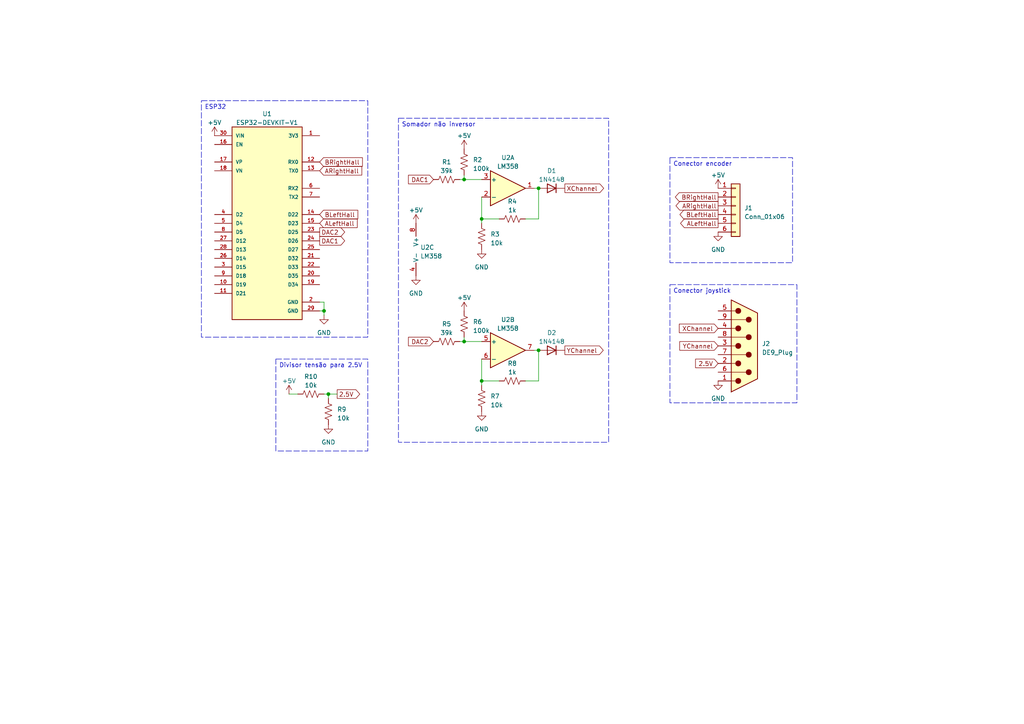
<source format=kicad_sch>
(kicad_sch (version 20230121) (generator eeschema)
  (paper "A4")
  (lib_symbols
    (symbol "Amplifier_Operational:LM358" (pin_names (offset 0.127))
      (property "Reference" "U" (at 0 5.08 0))
      (property "Value" "LM358" (at 0 -5.08 0))
      (symbol "LM358_1_1"
        (polyline (pts (xy -5.08 5.08) (xy 5.08 0) (xy -5.08 -5.08) (xy -5.08 5.08)) (stroke (width 0.254)) (fill (type background)))
        (pin output line (at 7.62 0 180) (length 2.54) (name "~") (number "1"))
        (pin input line (at -7.62 -2.54 0) (length 2.54) (name "-") (number "2"))
        (pin input line (at -7.62 2.54 0) (length 2.54) (name "+") (number "3"))
      )
      (symbol "LM358_2_1"
        (polyline (pts (xy -5.08 5.08) (xy 5.08 0) (xy -5.08 -5.08) (xy -5.08 5.08)) (stroke (width 0.254)) (fill (type background)))
        (pin input line (at -7.62 2.54 0) (length 2.54) (name "+") (number "5"))
        (pin input line (at -7.62 -2.54 0) (length 2.54) (name "-") (number "6"))
        (pin output line (at 7.62 0 180) (length 2.54) (name "~") (number "7"))
      )
      (symbol "LM358_3_1"
        (pin power_in line (at -2.54 -7.62 90) (length 3.81) (name "V-") (number "4"))
        (pin power_in line (at -2.54 7.62 270) (length 3.81) (name "V+") (number "8"))
      )
    )
    (symbol "Connector:DE9_Plug" (pin_names (offset 1.016) hide)
      (property "Reference" "J" (at 0 13.97 0))
      (property "Value" "DE9_Plug" (at 0 -14.605 0))
      (symbol "DE9_Plug_0_1"
        (circle (center -1.778 -10.16) (radius 0.762) (fill (type outline)))
        (circle (center -1.778 -5.08) (radius 0.762) (fill (type outline)))
        (circle (center -1.778 0) (radius 0.762) (fill (type outline)))
        (circle (center -1.778 5.08) (radius 0.762) (fill (type outline)))
        (circle (center -1.778 10.16) (radius 0.762) (fill (type outline)))
        (polyline (pts (xy -3.81 -10.16) (xy -2.54 -10.16)))
        (polyline (pts (xy -3.81 -7.62) (xy 0.508 -7.62)))
        (polyline (pts (xy -3.81 -5.08) (xy -2.54 -5.08)))
        (polyline (pts (xy -3.81 -2.54) (xy 0.508 -2.54)))
        (polyline (pts (xy -3.81 0) (xy -2.54 0)))
        (polyline (pts (xy -3.81 2.54) (xy 0.508 2.54)))
        (polyline (pts (xy -3.81 5.08) (xy -2.54 5.08)))
        (polyline (pts (xy -3.81 7.62) (xy 0.508 7.62)))
        (polyline (pts (xy -3.81 10.16) (xy -2.54 10.16)))
        (polyline (pts (xy -3.81 -13.335) (xy -3.81 13.335) (xy 3.81 9.525) (xy 3.81 -9.525) (xy -3.81 -13.335)) (stroke (width 0.254)) (fill (type background)))
        (circle (center 1.27 -7.62) (radius 0.762) (fill (type outline)))
        (circle (center 1.27 -2.54) (radius 0.762) (fill (type outline)))
        (circle (center 1.27 2.54) (radius 0.762) (fill (type outline)))
        (circle (center 1.27 7.62) (radius 0.762) (fill (type outline)))
      )
      (symbol "DE9_Plug_1_1"
        (pin passive line (at -7.62 -10.16 0) (length 3.81) (name "1") (number "1"))
        (pin passive line (at -7.62 -5.08 0) (length 3.81) (name "2") (number "2"))
        (pin passive line (at -7.62 0 0) (length 3.81) (name "3") (number "3"))
        (pin passive line (at -7.62 5.08 0) (length 3.81) (name "4") (number "4"))
        (pin passive line (at -7.62 10.16 0) (length 3.81) (name "5") (number "5"))
        (pin passive line (at -7.62 -7.62 0) (length 3.81) (name "6") (number "6"))
        (pin passive line (at -7.62 -2.54 0) (length 3.81) (name "7") (number "7"))
        (pin passive line (at -7.62 2.54 0) (length 3.81) (name "8") (number "8"))
        (pin passive line (at -7.62 7.62 0) (length 3.81) (name "9") (number "9"))
      )
    )
    (symbol "Connector_Generic:Conn_01x06" (pin_names (offset 1.016) hide)
      (property "Reference" "J" (at 0 7.62 0))
      (property "Value" "Conn_01x06" (at 0 -10.16 0))
      (symbol "Conn_01x06_1_1"
        (rectangle (start -1.27 -7.493) (end 0 -7.747) (stroke (width 0.1524)))
        (rectangle (start -1.27 -4.953) (end 0 -5.207) (stroke (width 0.1524)))
        (rectangle (start -1.27 -2.413) (end 0 -2.667) (stroke (width 0.1524)))
        (rectangle (start -1.27 0.127) (end 0 -0.127) (stroke (width 0.1524)))
        (rectangle (start -1.27 2.667) (end 0 2.413) (stroke (width 0.1524)))
        (rectangle (start -1.27 5.207) (end 0 4.953) (stroke (width 0.1524)))
        (rectangle (start -1.27 6.35) (end 1.27 -8.89) (stroke (width 0.254)) (fill (type background)))
        (pin passive line (at -5.08 5.08 0) (length 3.81) (name "Pin_1") (number "1"))
        (pin passive line (at -5.08 2.54 0) (length 3.81) (name "Pin_2") (number "2"))
        (pin passive line (at -5.08 0 0) (length 3.81) (name "Pin_3") (number "3"))
        (pin passive line (at -5.08 -2.54 0) (length 3.81) (name "Pin_4") (number "4"))
        (pin passive line (at -5.08 -5.08 0) (length 3.81) (name "Pin_5") (number "5"))
        (pin passive line (at -5.08 -7.62 0) (length 3.81) (name "Pin_6") (number "6"))
      )
    )
    (symbol "Device:R_US" (pin_numbers hide) (pin_names (offset 0))
      (property "Reference" "R" (at 2.54 0 90))
      (property "Value" "R_US" (at -2.54 0 90))
      (symbol "R_US_0_1"
        (polyline (pts (xy 0 -2.286) (xy 0 -2.54)))
        (polyline (pts (xy 0 2.286) (xy 0 2.54)))
        (polyline (pts (xy 0 -0.762) (xy 1.016 -1.143) (xy 0 -1.524) (xy -1.016 -1.905) (xy 0 -2.286)))
        (polyline (pts (xy 0 0.762) (xy 1.016 0.381) (xy 0 0) (xy -1.016 -0.381) (xy 0 -0.762)))
        (polyline (pts (xy 0 2.286) (xy 1.016 1.905) (xy 0 1.524) (xy -1.016 1.143) (xy 0 0.762)))
      )
      (symbol "R_US_1_1"
        (pin passive line (at 0 3.81 270) (length 1.27) (name "~") (number "1"))
        (pin passive line (at 0 -3.81 90) (length 1.27) (name "~") (number "2"))
      )
    )
    (symbol "Diode:1N4148" (pin_numbers hide) (pin_names hide)
      (property "Reference" "D" (at 0 2.54 0))
      (property "Value" "1N4148" (at 0 -2.54 0))
      (symbol "1N4148_0_1"
        (polyline (pts (xy -1.27 1.27) (xy -1.27 -1.27)) (stroke (width 0.254)))
        (polyline (pts (xy 1.27 0) (xy -1.27 0)))
        (polyline (pts (xy 1.27 1.27) (xy 1.27 -1.27) (xy -1.27 0) (xy 1.27 1.27)) (stroke (width 0.254)))
      )
      (symbol "1N4148_1_1"
        (pin passive line (at -3.81 0 0) (length 2.54) (name "K") (number "1"))
        (pin passive line (at 3.81 0 180) (length 2.54) (name "A") (number "2"))
      )
    )
    (symbol "ESP32-DEVKIT-V1:ESP32-DEVKIT-V1" (pin_names (offset 1.016))
      (property "Reference" "U" (at -10.16 30.48 0))
      (property "Value" "ESP32-DEVKIT-V1" (at -10.16 -30.48 0))
      (symbol "ESP32-DEVKIT-V1_0_0"
        (rectangle (start -10.16 -27.94) (end 10.16 27.94) (stroke (width 0.254)) (fill (type background)))
        (pin output line (at 15.24 25.4 180) (length 5.08) (name "3V3") (number "1"))
        (pin bidirectional line (at -15.24 -17.78 0) (length 5.08) (name "D19") (number "10"))
        (pin bidirectional line (at -15.24 -20.32 0) (length 5.08) (name "D21") (number "11"))
        (pin input line (at 15.24 17.78 180) (length 5.08) (name "RX0") (number "12"))
        (pin output line (at 15.24 15.24 180) (length 5.08) (name "TX0") (number "13"))
        (pin bidirectional line (at 15.24 2.54 180) (length 5.08) (name "D22") (number "14"))
        (pin bidirectional line (at 15.24 0 180) (length 5.08) (name "D23") (number "15"))
        (pin input line (at -15.24 22.86 0) (length 5.08) (name "EN") (number "16"))
        (pin bidirectional line (at -15.24 17.78 0) (length 5.08) (name "VP") (number "17"))
        (pin bidirectional line (at -15.24 15.24 0) (length 5.08) (name "VN") (number "18"))
        (pin bidirectional line (at 15.24 -17.78 180) (length 5.08) (name "D34") (number "19"))
        (pin power_in line (at 15.24 -22.86 180) (length 5.08) (name "GND") (number "2"))
        (pin bidirectional line (at 15.24 -15.24 180) (length 5.08) (name "D35") (number "20"))
        (pin bidirectional line (at 15.24 -10.16 180) (length 5.08) (name "D32") (number "21"))
        (pin bidirectional line (at 15.24 -12.7 180) (length 5.08) (name "D33") (number "22"))
        (pin bidirectional line (at 15.24 -2.54 180) (length 5.08) (name "D25") (number "23"))
        (pin bidirectional line (at 15.24 -5.08 180) (length 5.08) (name "D26") (number "24"))
        (pin bidirectional line (at 15.24 -7.62 180) (length 5.08) (name "D27") (number "25"))
        (pin bidirectional line (at -15.24 -10.16 0) (length 5.08) (name "D14") (number "26"))
        (pin bidirectional line (at -15.24 -5.08 0) (length 5.08) (name "D12") (number "27"))
        (pin bidirectional line (at -15.24 -7.62 0) (length 5.08) (name "D13") (number "28"))
        (pin power_in line (at 15.24 -25.4 180) (length 5.08) (name "GND") (number "29"))
        (pin bidirectional line (at -15.24 -12.7 0) (length 5.08) (name "D15") (number "3"))
        (pin input line (at -15.24 25.4 0) (length 5.08) (name "VIN") (number "30"))
        (pin bidirectional line (at -15.24 2.54 0) (length 5.08) (name "D2") (number "4"))
        (pin bidirectional line (at -15.24 0 0) (length 5.08) (name "D4") (number "5"))
        (pin input line (at 15.24 10.16 180) (length 5.08) (name "RX2") (number "6"))
        (pin output line (at 15.24 7.62 180) (length 5.08) (name "TX2") (number "7"))
        (pin bidirectional line (at -15.24 -2.54 0) (length 5.08) (name "D5") (number "8"))
        (pin bidirectional line (at -15.24 -15.24 0) (length 5.08) (name "D18") (number "9"))
      )
    )
    (symbol "power:+5V" (power) (pin_names (offset 0))
      (property "Value" "+5V" (at 0 3.556 0))
      (symbol "+5V_0_1"
        (polyline (pts (xy -0.762 1.27) (xy 0 2.54)))
        (polyline (pts (xy 0 0) (xy 0 2.54)))
        (polyline (pts (xy 0 2.54) (xy 0.762 1.27)))
      )
      (symbol "+5V_1_1"
        (pin power_in line (at 0 0 90) (length 0) hide (name "+5V") (number "1"))
      )
    )
    (symbol "power:GND" (power) (pin_names (offset 0))
      (property "Value" "GND" (at 0 -3.81 0))
      (symbol "GND_0_1"
        (polyline (pts (xy 0 0) (xy 0 -1.27) (xy 1.27 -1.27) (xy 0 -2.54) (xy -1.27 -1.27) (xy 0 -1.27)))
      )
      (symbol "GND_1_1"
        (pin power_in line (at 0 0 270) (length 0) hide (name "GND") (number "1"))
      )
    )
  )
  (junction (at 134.62 52.07))
  (junction (at 95.25 114.3))
  (junction (at 139.7 63.5))
  (junction (at 134.62 99.06))
  (junction (at 156.21 54.61))
  (junction (at 156.21 101.6))
  (junction (at 139.7 110.49))
  (junction (at 93.98 90.17))
  (wire (pts (xy 134.62 52.07) (xy 134.62 50.8)))
  (wire (pts (xy 92.71 87.63) (xy 93.98 87.63)))
  (wire (pts (xy 134.62 99.06) (xy 133.35 99.06)))
  (wire (pts (xy 156.21 110.49) (xy 156.21 101.6)))
  (wire (pts (xy 139.7 63.5) (xy 139.7 57.15)))
  (wire (pts (xy 139.7 110.49) (xy 139.7 111.76)))
  (wire (pts (xy 134.62 99.06) (xy 139.7 99.06)))
  (wire (pts (xy 156.21 101.6) (xy 154.94 101.6)))
  (wire (pts (xy 83.82 114.3) (xy 86.36 114.3)))
  (wire (pts (xy 93.98 114.3) (xy 95.25 114.3)))
  (wire (pts (xy 139.7 110.49) (xy 139.7 104.14)))
  (wire (pts (xy 154.94 54.61) (xy 156.21 54.61)))
  (wire (pts (xy 152.4 63.5) (xy 156.21 63.5)))
  (wire (pts (xy 139.7 63.5) (xy 139.7 64.77)))
  (wire (pts (xy 144.78 110.49) (xy 139.7 110.49)))
  (wire (pts (xy 93.98 90.17) (xy 92.71 90.17)))
  (wire (pts (xy 152.4 110.49) (xy 156.21 110.49)))
  (wire (pts (xy 144.78 63.5) (xy 139.7 63.5)))
  (wire (pts (xy 93.98 87.63) (xy 93.98 90.17)))
  (wire (pts (xy 93.98 91.44) (xy 93.98 90.17)))
  (wire (pts (xy 134.62 99.06) (xy 134.62 97.79)))
  (wire (pts (xy 95.25 114.3) (xy 97.79 114.3)))
  (wire (pts (xy 156.21 63.5) (xy 156.21 54.61)))
  (wire (pts (xy 95.25 114.3) (xy 95.25 115.57)))
  (wire (pts (xy 134.62 52.07) (xy 133.35 52.07)))
  (wire (pts (xy 134.62 52.07) (xy 139.7 52.07)))
  (text_box "Divisor tensão para 2.5V" (at 80.01 104.14 0) (size 26.67 26.67) (stroke (width 0) (type dash)) (effects (font (size 1.27 1.27)) (justify left top)))
  (text_box "Conector joystick" (at 194.31 82.55 0) (size 36.83 34.29) (stroke (width 0) (type dash)) (effects (font (size 1.27 1.27)) (justify left top)))
  (text_box "Somador não inversor" (at 115.57 34.29 0) (size 60.96 93.98) (stroke (width 0) (type dash)) (effects (font (size 1.27 1.27)) (justify left top)))
  (text_box "ESP32" (at 58.42 29.21 0) (size 48.26 68.58) (stroke (width 0) (type dash)) (effects (font (size 1.27 1.27)) (justify left top)))
  (text_box "Conector encoder" (at 194.31 45.72 0) (size 35.56 30.48) (stroke (width 0) (type dash)) (effects (font (size 1.27 1.27)) (justify left top)))
  (global_label "BRightHall" (shape input) (at 92.71 46.99 0) (property "Intersheetrefs" "${INTERSHEET_REFS}" (effects hide)))
  (global_label "YChannel" (shape input) (at 208.28 100.33 180) (property "Intersheetrefs" "${INTERSHEET_REFS}" (effects hide)))
  (global_label "ARightHall" (shape input) (at 92.71 49.53 0) (property "Intersheetrefs" "${INTERSHEET_REFS}" (effects hide)))
  (global_label "YChannel" (shape output) (at 163.83 101.6 0) (property "Intersheetrefs" "${INTERSHEET_REFS}" (effects hide)))
  (global_label "DAC2" (shape output) (at 92.71 67.31 0) (property "Intersheetrefs" "${INTERSHEET_REFS}" (effects hide)))
  (global_label "DAC1" (shape output) (at 92.71 69.85 0) (property "Intersheetrefs" "${INTERSHEET_REFS}" (effects hide)))
  (global_label "XChannel" (shape input) (at 208.28 95.25 180) (property "Intersheetrefs" "${INTERSHEET_REFS}" (effects hide)))
  (global_label "XChannel" (shape output) (at 163.83 54.61 0) (property "Intersheetrefs" "${INTERSHEET_REFS}" (effects hide)))
  (global_label "DAC2" (shape input) (at 125.73 99.06 180) (property "Intersheetrefs" "${INTERSHEET_REFS}" (effects hide)))
  (global_label "2.5V" (shape input) (at 208.28 105.41 180) (property "Intersheetrefs" "${INTERSHEET_REFS}" (effects hide)))
  (global_label "ARightHall" (shape output) (at 208.28 59.69 180) (property "Intersheetrefs" "${INTERSHEET_REFS}" (effects hide)))
  (global_label "BRightHall" (shape output) (at 208.28 57.15 180) (property "Intersheetrefs" "${INTERSHEET_REFS}" (effects hide)))
  (global_label "ALeftHall" (shape input) (at 92.71 64.77 0) (property "Intersheetrefs" "${INTERSHEET_REFS}" (effects hide)))
  (global_label "ALeftHall" (shape output) (at 208.28 64.77 180) (property "Intersheetrefs" "${INTERSHEET_REFS}" (effects hide)))
  (global_label "BLeftHall" (shape input) (at 92.71 62.23 0) (property "Intersheetrefs" "${INTERSHEET_REFS}" (effects hide)))
  (global_label "DAC1" (shape input) (at 125.73 52.07 180) (property "Intersheetrefs" "${INTERSHEET_REFS}" (effects hide)))
  (global_label "2.5V" (shape output) (at 97.79 114.3 0) (property "Intersheetrefs" "${INTERSHEET_REFS}" (effects hide)))
  (global_label "BLeftHall" (shape output) (at 208.28 62.23 180) (property "Intersheetrefs" "${INTERSHEET_REFS}" (effects hide)))
  (symbol (lib_id "Device:R_US") (at 134.62 93.98 0) (unit 1)
    (property "Reference" "R6" (at 137.16 93.345 0) (effects (justify left)))
    (property "Value" "100k" (at 137.16 95.885 0) (effects (justify left)))
    (property "Footprint" "Resistor_THT:R_Axial_DIN0204_L3.6mm_D1.6mm_P7.62mm_Horizontal" (effects hide))
  )
  (symbol (lib_id "power:GND") (at 139.7 119.38 0) (unit 1)
    (property "Reference" "#PWR03" (effects hide))
    (property "Value" "GND" (at 139.7 124.46 0))
  )
  (symbol (lib_id "power:GND") (at 93.98 91.44 0) (unit 1)
    (property "Reference" "#PWR01" (effects hide))
    (property "Value" "GND" (at 93.98 96.52 0))
  )
  (symbol (lib_id "power:GND") (at 95.25 123.19 0) (unit 1)
    (property "Reference" "#PWR05" (effects hide))
    (property "Value" "GND" (at 95.25 128.27 0))
  )
  (symbol (lib_id "Amplifier_Operational:LM358") (at 147.32 54.61 0) (unit 1)
    (property "Reference" "U2" (at 147.32 45.72 0))
    (property "Value" "LM358" (at 147.32 48.26 0))
    (property "Footprint" "Package_DIP:DIP-8_W7.62mm" (effects hide))
    (property "Datasheet" "http://www.ti.com/lit/ds/symlink/lm2904-n.pdf" (effects hide))
  )
  (symbol (lib_id "power:GND") (at 208.28 110.49 0) (unit 1)
    (property "Reference" "#PWR013" (effects hide))
    (property "Value" "GND" (at 208.28 115.57 0))
  )
  (symbol (lib_id "Device:R_US") (at 134.62 46.99 0) (unit 1)
    (property "Reference" "R2" (at 137.16 46.355 0) (effects (justify left)))
    (property "Value" "100k" (at 137.16 48.895 0) (effects (justify left)))
    (property "Footprint" "Resistor_THT:R_Axial_DIN0204_L3.6mm_D1.6mm_P7.62mm_Horizontal" (effects hide))
  )
  (symbol (lib_id "ESP32-DEVKIT-V1:ESP32-DEVKIT-V1") (at 77.47 64.77 0) (unit 1)
    (property "Reference" "U1" (at 77.47 33.02 0))
    (property "Value" "ESP32-DEVKIT-V1" (at 77.47 35.56 0))
    (property "Footprint" "ESP32-DEVKIT-V1:MODULE_ESP32_DEVKIT_V1" (effects hide))
    (property "PARTREV" "N/A" (effects hide))
    (property "STANDARD" "Manufacturer Recommendations" (effects hide))
    (property "MAXIMUM_PACKAGE_HEIGHT" "6.8 mm" (effects hide))
    (property "MANUFACTURER" "DOIT" (effects hide))
  )
  (symbol (lib_id "Device:R_US") (at 148.59 63.5 90) (unit 1)
    (property "Reference" "R4" (at 148.59 58.42 90))
    (property "Value" "1k" (at 148.59 60.96 90))
    (property "Footprint" "Resistor_THT:R_Axial_DIN0204_L3.6mm_D1.6mm_P7.62mm_Horizontal" (effects hide))
  )
  (symbol (lib_id "Connector_Generic:Conn_01x06") (at 213.36 59.69 0) (unit 1)
    (property "Reference" "J1" (at 215.9 60.325 0) (effects (justify left)))
    (property "Value" "Conn_01x06" (at 215.9 62.865 0) (effects (justify left)))
    (property "Footprint" "Connector_Molex:Molex_KK-254_AE-6410-06A_1x06_P2.54mm_Vertical" (effects hide))
  )
  (symbol (lib_id "power:GND") (at 139.7 72.39 0) (unit 1)
    (property "Reference" "#PWR02" (effects hide))
    (property "Value" "GND" (at 139.7 77.47 0))
  )
  (symbol (lib_id "power:+5V") (at 83.82 114.3 0) (unit 1)
    (property "Reference" "#PWR011" (effects hide))
    (property "Value" "+5V" (at 83.82 110.49 0))
  )
  (symbol (lib_id "Diode:1N4148") (at 160.02 54.61 180) (unit 1)
    (property "Reference" "D1" (at 160.02 49.53 0))
    (property "Value" "1N4148" (at 160.02 52.07 0))
    (property "Footprint" "Diode_THT:D_DO-35_SOD27_P7.62mm_Horizontal" (effects hide))
    (property "Datasheet" "https://assets.nexperia.com/documents/data-sheet/1N4148_1N4448.pdf" (effects hide))
    (property "Sim.Device" "D" (effects hide))
    (property "Sim.Pins" "1=K 2=A" (effects hide))
  )
  (symbol (lib_id "Device:R_US") (at 129.54 52.07 90) (unit 1)
    (property "Reference" "R1" (at 129.54 46.99 90))
    (property "Value" "39k" (at 129.54 49.53 90))
    (property "Footprint" "Resistor_THT:R_Axial_DIN0204_L3.6mm_D1.6mm_P7.62mm_Horizontal" (effects hide))
  )
  (symbol (lib_id "Diode:1N4148") (at 160.02 101.6 180) (unit 1)
    (property "Reference" "D2" (at 160.02 96.52 0))
    (property "Value" "1N4148" (at 160.02 99.06 0))
    (property "Footprint" "Diode_THT:D_DO-35_SOD27_P7.62mm_Horizontal" (effects hide))
    (property "Datasheet" "https://assets.nexperia.com/documents/data-sheet/1N4148_1N4448.pdf" (effects hide))
    (property "Sim.Device" "D" (effects hide))
    (property "Sim.Pins" "1=K 2=A" (effects hide))
  )
  (symbol (lib_id "power:+5V") (at 134.62 90.17 0) (unit 1)
    (property "Reference" "#PWR010" (effects hide))
    (property "Value" "+5V" (at 134.62 86.36 0))
  )
  (symbol (lib_id "Device:R_US") (at 148.59 110.49 90) (unit 1)
    (property "Reference" "R8" (at 148.59 105.41 90))
    (property "Value" "1k" (at 148.59 107.95 90))
    (property "Footprint" "Resistor_THT:R_Axial_DIN0204_L3.6mm_D1.6mm_P7.62mm_Horizontal" (effects hide))
  )
  (symbol (lib_id "Device:R_US") (at 90.17 114.3 90) (unit 1)
    (property "Reference" "R10" (at 90.17 109.22 90))
    (property "Value" "10k" (at 90.17 111.76 90))
    (property "Footprint" "Resistor_THT:R_Axial_DIN0204_L3.6mm_D1.6mm_P7.62mm_Horizontal" (effects hide))
  )
  (symbol (lib_id "Device:R_US") (at 139.7 115.57 180) (unit 1)
    (property "Reference" "R7" (at 142.24 114.935 0) (effects (justify right)))
    (property "Value" "10k" (at 142.24 117.475 0) (effects (justify right)))
    (property "Footprint" "Resistor_THT:R_Axial_DIN0204_L3.6mm_D1.6mm_P7.62mm_Horizontal" (effects hide))
  )
  (symbol (lib_id "power:GND") (at 120.65 80.01 0) (unit 1)
    (property "Reference" "#PWR04" (effects hide))
    (property "Value" "GND" (at 120.65 85.09 0))
  )
  (symbol (lib_id "power:+5V") (at 120.65 64.77 0) (unit 1)
    (property "Reference" "#PWR09" (effects hide))
    (property "Value" "+5V" (at 120.65 60.96 0))
  )
  (symbol (lib_id "Device:R_US") (at 129.54 99.06 90) (unit 1)
    (property "Reference" "R5" (at 129.54 93.98 90))
    (property "Value" "39k" (at 129.54 96.52 90))
    (property "Footprint" "Resistor_THT:R_Axial_DIN0204_L3.6mm_D1.6mm_P7.62mm_Horizontal" (effects hide))
  )
  (symbol (lib_id "power:+5V") (at 62.23 39.37 0) (unit 1)
    (property "Reference" "#PWR06" (effects hide))
    (property "Value" "+5V" (at 62.23 35.56 0))
  )
  (symbol (lib_id "Amplifier_Operational:LM358") (at 147.32 101.6 0) (unit 2)
    (property "Reference" "U2" (at 147.32 92.71 0))
    (property "Value" "LM358" (at 147.32 95.25 0))
    (property "Footprint" "Package_DIP:DIP-8_W7.62mm" (effects hide))
    (property "Datasheet" "http://www.ti.com/lit/ds/symlink/lm2904-n.pdf" (effects hide))
  )
  (symbol (lib_id "Device:R_US") (at 95.25 119.38 180) (unit 1)
    (property "Reference" "R9" (at 97.79 118.745 0) (effects (justify right)))
    (property "Value" "10k" (at 97.79 121.285 0) (effects (justify right)))
    (property "Footprint" "Resistor_THT:R_Axial_DIN0204_L3.6mm_D1.6mm_P7.62mm_Horizontal" (effects hide))
  )
  (symbol (lib_id "Connector:DE9_Plug") (at 215.9 100.33 0) (unit 1)
    (property "Reference" "J2" (at 220.98 99.695 0) (effects (justify left)))
    (property "Value" "DE9_Plug" (at 220.98 102.235 0) (effects (justify left)))
    (property "Footprint" "Connector_Dsub:DSUB-9_Male_Horizontal_P2.77x2.84mm_EdgePinOffset7.70mm_Housed_MountingHolesOffset9.12mm" (effects hide))
    (property "Datasheet" " ~" (effects hide))
  )
  (symbol (lib_id "power:+5V") (at 208.28 54.61 0) (unit 1)
    (property "Reference" "#PWR012" (effects hide))
    (property "Value" "+5V" (at 208.28 50.8 0))
  )
  (symbol (lib_id "power:GND") (at 208.28 67.31 0) (unit 1)
    (property "Reference" "#PWR07" (effects hide))
    (property "Value" "GND" (at 208.28 72.39 0))
  )
  (symbol (lib_id "power:+5V") (at 134.62 43.18 0) (unit 1)
    (property "Reference" "#PWR08" (effects hide))
    (property "Value" "+5V" (at 134.62 39.37 0))
  )
  (symbol (lib_id "Amplifier_Operational:LM358") (at 123.19 72.39 0) (unit 3)
    (property "Reference" "U2" (at 121.92 71.755 0) (effects (justify left)))
    (property "Value" "LM358" (at 121.92 74.295 0) (effects (justify left)))
    (property "Footprint" "Package_DIP:DIP-8_W7.62mm" (effects hide))
    (property "Datasheet" "http://www.ti.com/lit/ds/symlink/lm2904-n.pdf" (effects hide))
  )
  (symbol (lib_id "Device:R_US") (at 139.7 68.58 180) (unit 1)
    (property "Reference" "R3" (at 142.24 67.945 0) (effects (justify right)))
    (property "Value" "10k" (at 142.24 70.485 0) (effects (justify right)))
    (property "Footprint" "Resistor_THT:R_Axial_DIN0204_L3.6mm_D1.6mm_P7.62mm_Horizontal" (effects hide))
  )
)
</source>
